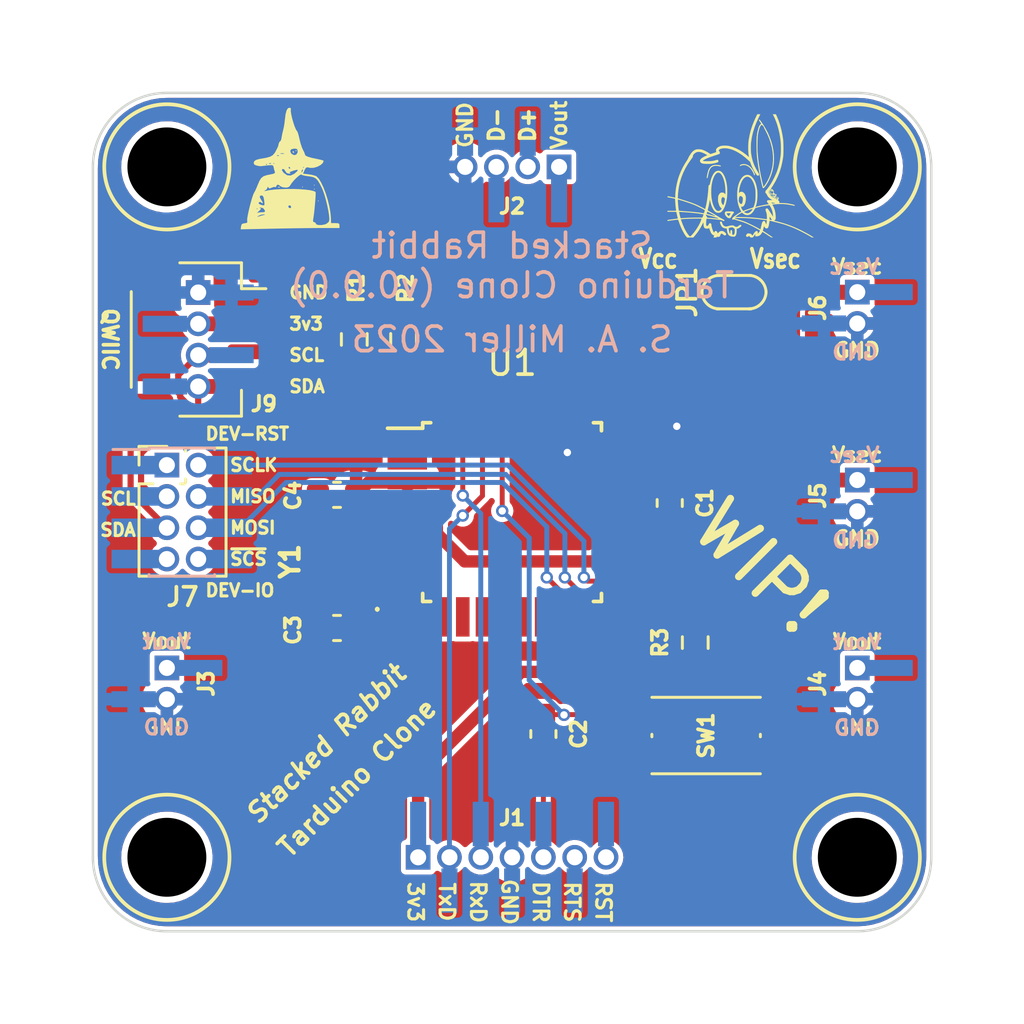
<source format=kicad_pcb>
(kicad_pcb (version 20211014) (generator pcbnew)
  (title_block (title "Tarduino Clone") (rev "0.0.0") (company "The Nerd Mage"))
  (layers (0 "F.Cu" signal) (31 "B.Cu" signal) (34 "B.Paste" user) (35 "F.Paste" user) (36 "B.SilkS" user "B.Silkscreen") (37 "F.SilkS" user "F.Silkscreen") (38 "B.Mask" user) (39 "F.Mask" user) (44 "Edge.Cuts" user))
  (net 0 "")
  (net 1 "SCL")
  (net 2 "SDA")
  (net 3 "GND")
  (net 4 "+3V3")
  (net 5 "IO3")
  (net 6 "IO1")
  (net 10 "/RTS")
  (net 11 "RST")
  (net 12 "Vsec")
  (net 13 "UD+")
  (net 14 "UD-")
  (net 15 "Net-(C3-Pad2)")
  (net 16 "Net-(C4-Pad2)")
  (net 17 "D3")
  (net 18 "D4")
  (net 19 "D5")
  (net 20 "D6")
  (net 21 "D7")
  (net 22 "D8")
  (net 23 "D9")
  (net 24 "D10")
  (net 25 "MOSI")
  (net 26 "MISO")
  (net 27 "A6")
  (net 28 "A7")
  (net 29 "A0")
  (net 30 "A1")
  (net 31 "A2")
  (net 32 "A3")
  (net 33 "RESET")
  (net 34 "D2")
  (net 35 "/AREF")
  (net 36 "DTR")
  (net 37 "DEV_RST")
  (net 38 "SCLK")
  (net 39 "DEV_GPIO")
  (net 40 "~{SCS}")
  (footprint "Tinker:Mount" (layer "F.Cu") (at 114 114)
    (fp_text reference "REF**" hide)
    (fp_text value "Mount" hide)
    (pad "" np_thru_hole circle (at 0 0) (size 3.2 3.2) (drill 3.2) (layers *.Mask))
  )
  (footprint "Tinker:Board_Stacker_7" (layer "F.Cu") (at 96.19 114 90)
    (fp_text reference "J1" (at 1.6 3.81) (layer "F.SilkS") (effects (font (size 0.6 0.6))))
    (fp_text value "Conn_01x07_Male")
    (pad "1" thru_hole rect (at 0 0 90) (size 1 1) (drill 0.65) (layers *.Cu *.Mask) (net 4 "+3V3"))
    (pad "1" smd rect (at 1.35 0 90) (size 1.8 0.65) (layers "B.Cu" "B.Paste" "B.Mask") (net 4 "+3V3"))
    (pad "2" thru_hole oval (at 0 1.27 90) (size 1 1) (drill 0.65) (layers *.Cu *.Mask) (net 5 "IO3"))
    (pad "2" smd rect (at -1.35 1.27 90) (size 1.8 0.65) (layers "B.Cu" "B.Paste" "B.Mask") (net 5 "IO3"))
    (pad "3" smd rect (at 1.35 2.54 90) (size 1.8 0.65) (layers "B.Cu" "B.Paste" "B.Mask") (net 6 "IO1"))
    (pad "3" thru_hole oval (at 0 2.54 90) (size 1 1) (drill 0.65) (layers *.Cu *.Mask) (net 6 "IO1"))
    (pad "4" thru_hole oval (at 0 3.81 90) (size 1 1) (drill 0.65) (layers *.Cu *.Mask) (net 3 "GND"))
    (pad "4" smd rect (at -1.35 3.81 90) (size 1.8 0.65) (layers "B.Cu" "B.Paste" "B.Mask") (net 3 "GND"))
    (pad "5" smd rect (at 1.35 5.08 90) (size 1.8 0.65) (layers "B.Cu" "B.Paste" "B.Mask") (net 36 "DTR"))
    (pad "5" thru_hole oval (at 0 5.08 90) (size 1 1) (drill 0.65) (layers *.Cu *.Mask) (net 36 "DTR"))
    (pad "6" thru_hole oval (at 0 6.35 90) (size 1 1) (drill 0.65) (layers *.Cu *.Mask) (net 10 "/RTS"))
    (pad "6" smd rect (at -1.35 6.35 90) (size 1.8 0.65) (layers "B.Cu" "B.Paste" "B.Mask") (net 10 "/RTS"))
    (pad "7" smd rect (at 1.35 7.62 90) (size 1.8 0.65) (layers "B.Cu" "B.Paste" "B.Mask") (net 11 "RST"))
    (pad "7" thru_hole oval (at 0 7.62 90) (size 1 1) (drill 0.65) (layers *.Cu *.Mask) (net 11 "RST"))
  )
  (footprint "Capacitor_SMD:C_0603_1608Metric" (layer "F.Cu") (at 92.9 99.3 180)
    (fp_text reference "C4" (at 1.788257 -0.032555 90) (layer "F.SilkS") (effects (font (size 0.6 0.6))))
    (fp_text value "20pF")
    (pad "1" smd roundrect (at -0.775 0 180) (size 0.9 0.95) (layers "F.Cu" "F.Paste" "F.Mask") (net 3 "GND"))
    (pad "2" smd roundrect (at 0.775 0 180) (size 0.9 0.95) (layers "F.Cu" "F.Paste" "F.Mask") (net 16 "Net-(C4-Pad2)"))
  )
  (footprint "Resistor_SMD:R_0603_1608Metric" (layer "F.Cu") (at 107.428728 105.2923 90)
    (fp_text reference "R3" (at 0 -1.43 90) (layer "F.SilkS") (effects (font (size 0.6 0.6))))
    (fp_text value "10R")
    (pad "1" smd roundrect (at -0.825 0 90) (size 0.8 0.95) (layers "F.Cu" "F.Paste" "F.Mask") (net 33 "RESET"))
    (pad "2" smd roundrect (at 0.825 0 90) (size 0.8 0.95) (layers "F.Cu" "F.Paste" "F.Mask") (net 4 "+3V3"))
  )
  (footprint "Capacitor_SMD:C_0603_1608Metric" (layer "F.Cu") (at 101.27 109 -90)
    (fp_text reference "C2" (at 0 -1.43 90) (layer "F.SilkS") (effects (font (size 0.6 0.6))))
    (fp_text value "100nF")
    (pad "1" smd roundrect (at -0.775 0 270) (size 0.9 0.95) (layers "F.Cu" "F.Paste" "F.Mask") (net 33 "RESET"))
    (pad "2" smd roundrect (at 0.775 0 270) (size 0.9 0.95) (layers "F.Cu" "F.Paste" "F.Mask") (net 36 "DTR"))
  )
  (footprint "Tinker:Mount" (layer "F.Cu") (at 86 114)
    (fp_text reference "REF**" hide)
    (fp_text value "Mount" hide)
    (pad "" np_thru_hole circle (at 0 0) (size 3.2 3.2) (drill 3.2) (layers *.Mask))
  )
  (footprint "Tinker:QWIIC_Stack_II" (layer "F.Cu") (at 87.27 93 -90)
    (fp_text reference "J9" (at 2.61321 -2.663751) (layer "F.SilkS") (effects (font (size 0.6 0.6))))
    (fp_text value "QWIIC_Stackable")
    (pad "1" thru_hole rect (at -1.905 0) (size 1 1) (drill 0.65) (layers *.Cu *.Mask) (net 3 "GND"))
    (pad "1" smd roundrect (at -1.905 -0.877656 270) (size 0.6 1.55) (layers "F.Cu" "F.Paste" "F.Mask") (net 3 "GND"))
    (pad "1" smd rect (at -1.905 -1.35) (size 1.8 0.65) (layers "B.Cu" "B.Paste" "B.Mask") (net 3 "GND"))
    (pad "1" smd roundrect (at -1.5 -1.97 270) (size 0.6 1.55) (layers "F.Cu" "F.Paste" "F.Mask") (net 3 "GND"))
    (pad "2" thru_hole oval (at -0.635 0) (size 1 1) (drill 0.65) (layers *.Cu *.Mask) (net 4 "+3V3"))
    (pad "2" smd roundrect (at -0.5 -1.97 270) (size 0.6 1.55) (layers "F.Cu" "F.Paste" "F.Mask") (net 4 "+3V3"))
    (pad "2" smd rect (at -0.635 1.35) (size 1.8 0.65) (layers "B.Cu" "B.Paste" "B.Mask") (net 4 "+3V3"))
    (pad "2" smd roundrect (at -0.635 -0.877656 270) (size 0.6 1.55) (layers "F.Cu" "F.Paste" "F.Mask") (net 4 "+3V3"))
    (pad "3" smd rect (at 0.635 -1.35) (size 1.8 0.65) (layers "B.Cu" "B.Paste" "B.Mask") (net 2 "SDA"))
    (pad "3" thru_hole oval (at 0.635 0) (size 1 1) (drill 0.65) (layers *.Cu *.Mask) (net 2 "SDA"))
    (pad "3" smd roundrect (at 0.5 -1.97 270) (size 0.6 1.55) (layers "F.Cu" "F.Paste" "F.Mask") (net 2 "SDA"))
    (pad "3" smd roundrect (at 0.635 -0.877656 270) (size 0.6 1.55) (layers "F.Cu" "F.Paste" "F.Mask") (net 2 "SDA"))
    (pad "4" thru_hole oval (at 1.905 0) (size 1 1) (drill 0.65) (layers *.Cu *.Mask) (net 1 "SCL"))
    (pad "4" smd roundrect (at 1.5 -1.97 270) (size 0.6 1.55) (layers "F.Cu" "F.Paste" "F.Mask") (net 1 "SCL"))
    (pad "4" smd roundrect (at 1.905 -0.877656 270) (size 0.6 1.55) (layers "F.Cu" "F.Paste" "F.Mask") (net 1 "SCL"))
    (pad "4" smd rect (at 1.905 1.35) (size 1.8 0.65) (layers "B.Cu" "B.Paste" "B.Mask") (net 1 "SCL"))
    (pad "MP" smd roundrect (at -2.8 1.905 270) (size 1.2 1.8) (layers "F.Cu" "F.Paste" "F.Mask") (roundrect_rratio 0.208333) (net 3 "GND"))
    (pad "MP" smd roundrect (at 2.8 1.905 270) (size 1.2 1.8) (layers "F.Cu" "F.Paste" "F.Mask") (roundrect_rratio 0.208333) (net 3 "GND"))
  )
  (footprint "Tinker:DagNabbit" (layer "F.Cu") (at 109 87)
    (fp_text reference "REF**" hide)
    (fp_text value "DagNabbit" hide)
  )
  (footprint "Capacitor_SMD:C_0603_1608Metric" (layer "F.Cu") (at 92.9 104.7)
    (fp_text reference "C3" (at -1.784672 0.083393 90) (layer "F.SilkS") (effects (font (size 0.6 0.6))))
    (fp_text value "20pF")
    (pad "1" smd roundrect (at -0.775 0) (size 0.9 0.95) (layers "F.Cu" "F.Paste" "F.Mask") (net 3 "GND"))
    (pad "2" smd roundrect (at 0.775 0) (size 0.9 0.95) (layers "F.Cu" "F.Paste" "F.Mask") (net 15 "Net-(C3-Pad2)"))
  )
  (footprint "Package_QFP:TQFP-32_7x7mm_P0.8mm" (layer "F.Cu") (at 100 100)
    (fp_text reference "U1" (at 0 -6.05) (layer "F.SilkS"))
    (fp_text value "ATmega328PB-A")
    (pad "1" smd rect (at -4.25 -2.8) (size 1.6 0.55) (layers "F.Cu" "F.Paste" "F.Mask") (net 17 "D3"))
    (pad "2" smd rect (at -4.25 -2) (size 1.6 0.55) (layers "F.Cu" "F.Paste" "F.Mask") (net 18 "D4"))
    (pad "3" smd rect (at -4.25 -1.2) (size 1.6 0.55) (layers "F.Cu" "F.Paste" "F.Mask") (net 3 "GND"))
    (pad "4" smd rect (at -4.25 -0.4) (size 1.6 0.55) (layers "F.Cu" "F.Paste" "F.Mask") (net 4 "+3V3"))
    (pad "5" smd rect (at -4.25 0.4) (size 1.6 0.55) (layers "F.Cu" "F.Paste" "F.Mask") (net 3 "GND"))
    (pad "6" smd rect (at -4.25 1.2) (size 1.6 0.55) (layers "F.Cu" "F.Paste" "F.Mask") (net 4 "+3V3"))
    (pad "7" smd rect (at -4.25 2) (size 1.6 0.55) (layers "F.Cu" "F.Paste" "F.Mask") (net 16 "Net-(C4-Pad2)"))
    (pad "8" smd rect (at -4.25 2.8) (size 1.6 0.55) (layers "F.Cu" "F.Paste" "F.Mask") (net 15 "Net-(C3-Pad2)"))
    (pad "9" smd rect (at -2.8 4.25 90) (size 1.6 0.55) (layers "F.Cu" "F.Paste" "F.Mask") (net 19 "D5"))
    (pad "10" smd rect (at -2 4.25 90) (size 1.6 0.55) (layers "F.Cu" "F.Paste" "F.Mask") (net 20 "D6"))
    (pad "11" smd rect (at -1.2 4.25 90) (size 1.6 0.55) (layers "F.Cu" "F.Paste" "F.Mask") (net 21 "D7"))
    (pad "12" smd rect (at -0.4 4.25 90) (size 1.6 0.55) (layers "F.Cu" "F.Paste" "F.Mask") (net 22 "D8"))
    (pad "13" smd rect (at 0.4 4.25 90) (size 1.6 0.55) (layers "F.Cu" "F.Paste" "F.Mask") (net 23 "D9"))
    (pad "14" smd rect (at 1.2 4.25 90) (size 1.6 0.55) (layers "F.Cu" "F.Paste" "F.Mask") (net 24 "D10"))
    (pad "15" smd rect (at 2 4.25 90) (size 1.6 0.55) (layers "F.Cu" "F.Paste" "F.Mask") (net 25 "MOSI"))
    (pad "16" smd rect (at 2.8 4.25 90) (size 1.6 0.55) (layers "F.Cu" "F.Paste" "F.Mask") (net 26 "MISO"))
    (pad "17" smd rect (at 4.25 2.8) (size 1.6 0.55) (layers "F.Cu" "F.Paste" "F.Mask") (net 38 "SCLK"))
    (pad "18" smd rect (at 4.25 2) (size 1.6 0.55) (layers "F.Cu" "F.Paste" "F.Mask") (net 4 "+3V3"))
    (pad "19" smd rect (at 4.25 1.2) (size 1.6 0.55) (layers "F.Cu" "F.Paste" "F.Mask") (net 27 "A6"))
    (pad "20" smd rect (at 4.25 0.4) (size 1.6 0.55) (layers "F.Cu" "F.Paste" "F.Mask") (net 35 "/AREF"))
    (pad "21" smd rect (at 4.25 -0.4) (size 1.6 0.55) (layers "F.Cu" "F.Paste" "F.Mask") (net 3 "GND"))
    (pad "22" smd rect (at 4.25 -1.2) (size 1.6 0.55) (layers "F.Cu" "F.Paste" "F.Mask") (net 28 "A7"))
    (pad "23" smd rect (at 4.25 -2) (size 1.6 0.55) (layers "F.Cu" "F.Paste" "F.Mask") (net 29 "A0"))
    (pad "24" smd rect (at 4.25 -2.8) (size 1.6 0.55) (layers "F.Cu" "F.Paste" "F.Mask") (net 30 "A1"))
    (pad "25" smd rect (at 2.8 -4.25 90) (size 1.6 0.55) (layers "F.Cu" "F.Paste" "F.Mask") (net 31 "A2"))
    (pad "26" smd rect (at 2 -4.25 90) (size 1.6 0.55) (layers "F.Cu" "F.Paste" "F.Mask") (net 32 "A3"))
    (pad "27" smd rect (at 1.2 -4.25 90) (size 1.6 0.55) (layers "F.Cu" "F.Paste" "F.Mask") (net 2 "SDA"))
    (pad "28" smd rect (at 0.4 -4.25 90) (size 1.6 0.55) (layers "F.Cu" "F.Paste" "F.Mask") (net 1 "SCL"))
    (pad "29" smd rect (at -0.4 -4.25 90) (size 1.6 0.55) (layers "F.Cu" "F.Paste" "F.Mask") (net 33 "RESET"))
    (pad "30" smd rect (at -1.2 -4.25 90) (size 1.6 0.55) (layers "F.Cu" "F.Paste" "F.Mask") (net 5 "IO3"))
    (pad "31" smd rect (at -2 -4.25 90) (size 1.6 0.55) (layers "F.Cu" "F.Paste" "F.Mask") (net 6 "IO1"))
    (pad "32" smd rect (at -2.8 -4.25 90) (size 1.6 0.55) (layers "F.Cu" "F.Paste" "F.Mask") (net 34 "D2"))
  )
  (footprint "Tinker:Board_Stacker_2" (layer "F.Cu") (at 114 106.32)
    (fp_text reference "J4" (at -1.6 0.635 90) (layer "F.SilkS") (effects (font (size 0.6 0.6))))
    (fp_text value "Conn_01x02_Male")
    (pad "1" thru_hole rect (at 0 0) (size 1 1) (drill 0.65) (layers *.Cu *.Mask))
    (pad "1" smd rect (at 1.35 0) (size 1.8 0.65) (layers "B.Cu" "B.Paste" "B.Mask"))
    (pad "2" smd rect (at -1.35 1.27) (size 1.8 0.65) (layers "B.Cu" "B.Paste" "B.Mask") (net 3 "GND"))
    (pad "2" thru_hole oval (at 0 1.27) (size 1 1) (drill 0.65) (layers *.Cu *.Mask) (net 3 "GND"))
  )
  (footprint "Tinker:Mount" (layer "F.Cu") (at 114 86)
    (fp_text reference "REF**" hide)
    (fp_text value "Mount" hide)
    (pad "" np_thru_hole circle (at 0 0) (size 3.2 3.2) (drill 3.2) (layers *.Mask))
  )
  (footprint "Tinker:Board_Stacker_2" (layer "F.Cu") (at 86 106.32)
    (fp_text reference "J3" (at 1.6 0.635 90) (layer "F.SilkS") (effects (font (size 0.6 0.6))))
    (fp_text value "Conn_01x02_Male")
    (pad "1" thru_hole rect (at 0 0) (size 1 1) (drill 0.65) (layers *.Cu *.Mask))
    (pad "1" smd rect (at 1.35 0) (size 1.8 0.65) (layers "B.Cu" "B.Paste" "B.Mask"))
    (pad "2" thru_hole oval (at 0 1.27) (size 1 1) (drill 0.65) (layers *.Cu *.Mask) (net 3 "GND"))
    (pad "2" smd rect (at -1.35 1.27) (size 1.8 0.65) (layers "B.Cu" "B.Paste" "B.Mask") (net 3 "GND"))
  )
  (footprint "Tinker:NerdMage" (layer "F.Cu") (at 91 86)
    (fp_text reference "G***" hide)
    (fp_text value "LOGO" hide)
  )
  (footprint "Resistor_SMD:R_0603_1608Metric" (layer "F.Cu") (at 93.6 92.997162 90)
    (fp_text reference "R1" (at 2.073732 0.080339 90) (layer "F.SilkS") (effects (font (size 0.6 0.6))))
    (fp_text value "10R")
    (pad "1" smd roundrect (at -0.825 0 90) (size 0.8 0.95) (layers "F.Cu" "F.Paste" "F.Mask") (net 2 "SDA"))
    (pad "2" smd roundrect (at 0.825 0 90) (size 0.8 0.95) (layers "F.Cu" "F.Paste" "F.Mask") (net 4 "+3V3"))
  )
  (footprint "Capacitor_SMD:C_0603_1608Metric" (layer "F.Cu") (at 106.393026 99.63218 -90)
    (fp_text reference "C1" (at 0 -1.43 90) (layer "F.SilkS") (effects (font (size 0.6 0.6))))
    (fp_text value "100nF")
    (pad "1" smd roundrect (at -0.775 0 270) (size 0.9 0.95) (layers "F.Cu" "F.Paste" "F.Mask") (net 3 "GND"))
    (pad "2" smd roundrect (at 0.775 0 270) (size 0.9 0.95) (layers "F.Cu" "F.Paste" "F.Mask") (net 35 "/AREF"))
  )
  (footprint "Tinker:Board_Stacker_2" (layer "F.Cu") (at 114 91.08)
    (fp_text reference "J6" (at -1.6 0.635 90) (layer "F.SilkS") (effects (font (size 0.6 0.6))))
    (fp_text value "Conn_01x02_Male")
    (pad "1" smd rect (at 1.35 0) (size 1.8 0.65) (layers "B.Cu" "B.Paste" "B.Mask") (net 12 "Vsec"))
    (pad "1" thru_hole rect (at 0 0) (size 1 1) (drill 0.65) (layers *.Cu *.Mask) (net 12 "Vsec"))
    (pad "2" smd rect (at -1.35 1.27) (size 1.8 0.65) (layers "B.Cu" "B.Paste" "B.Mask") (net 3 "GND"))
    (pad "2" thru_hole oval (at 0 1.27) (size 1 1) (drill 0.65) (layers *.Cu *.Mask) (net 3 "GND"))
  )
  (footprint "Tinker:ABM825000MHz10B1UT" (layer "F.Cu") (at 92.9 102 90)
    (fp_text reference "Y1" (at 0 -1.905 90) (layer "F.SilkS") (effects (font (size 0.75 0.75) (thickness 0.1875))))
    (fp_text value "20.000MHz" hide)
    (pad "1" smd rect (at -1.15 0.875 180) (size 1.05 1.3) (layers "F.Cu" "F.Paste" "F.Mask") (net 15 "Net-(C3-Pad2)"))
    (pad "2" smd rect (at 1.15 0.875 180) (size 1.05 1.3) (layers "F.Cu" "F.Paste" "F.Mask") (net 3 "GND"))
    (pad "3" smd rect (at 1.15 -0.875 180) (size 1.05 1.3) (layers "F.Cu" "F.Paste" "F.Mask") (net 16 "Net-(C4-Pad2)"))
    (pad "4" smd rect (at -1.15 -0.875 180) (size 1.05 1.3) (layers "F.Cu" "F.Paste" "F.Mask") (net 3 "GND"))
  )
  (footprint "Tinker:Board_Stacker_2" (layer "F.Cu") (at 114 98.7)
    (fp_text reference "J5" (at -1.6 0.635 90) (layer "F.SilkS") (effects (font (size 0.6 0.6))))
    (fp_text value "Conn_01x02_Male")
    (pad "1" smd rect (at 1.35 0) (size 1.8 0.65) (layers "B.Cu" "B.Paste" "B.Mask") (net 12 "Vsec"))
    (pad "1" thru_hole rect (at 0 0) (size 1 1) (drill 0.65) (layers *.Cu *.Mask) (net 12 "Vsec"))
    (pad "2" smd rect (at -1.35 1.27) (size 1.8 0.65) (layers "B.Cu" "B.Paste" "B.Mask") (net 3 "GND"))
    (pad "2" thru_hole oval (at 0 1.27) (size 1 1) (drill 0.65) (layers *.Cu *.Mask) (net 3 "GND"))
  )
  (footprint "Tinker:Mount" (layer "F.Cu") (at 86 86)
    (fp_text reference "REF**" hide)
    (fp_text value "Mount" hide)
    (pad "" np_thru_hole circle (at 0 0) (size 3.2 3.2) (drill 3.2) (layers *.Mask))
  )
  (footprint "Resistor_SMD:R_0603_1608Metric" (layer "F.Cu") (at 95.6 92.997162 90)
    (fp_text reference "R2" (at 2.073732 0.080339 90) (layer "F.SilkS") (effects (font (size 0.6 0.6))))
    (fp_text value "10R")
    (pad "1" smd roundrect (at -0.825 0 90) (size 0.8 0.95) (layers "F.Cu" "F.Paste" "F.Mask") (net 1 "SCL"))
    (pad "2" smd roundrect (at 0.825 0 90) (size 0.8 0.95) (layers "F.Cu" "F.Paste" "F.Mask") (net 4 "+3V3"))
  )
  (footprint "Tinker:SW_Push_TS273014TP" (layer "F.Cu") (at 107.869419 109.062654 180)
    (fp_text reference "SW1" (at 0 0 90) (layer "F.SilkS") (effects (font (size 0.6 0.6))))
    (fp_text value "SW_Push" hide)
    (pad "1" smd rect (at -1.85 -0.85 180) (size 1.6 0.6) (layers "F.Cu" "F.Paste" "F.Mask") (net 3 "GND"))
    (pad "1" smd rect (at 1.85 -0.85 180) (size 1.6 0.6) (layers "F.Cu" "F.Paste" "F.Mask") (net 3 "GND"))
    (pad "2" smd rect (at -1.85 0.85 180) (size 1.6 0.6) (layers "F.Cu" "F.Paste" "F.Mask") (net 33 "RESET"))
    (pad "2" smd rect (at 1.85 0.85 180) (size 1.6 0.6) (layers "F.Cu" "F.Paste" "F.Mask") (net 33 "RESET"))
  )
  (footprint "Tinker:Board_Stacker_4" (layer "F.Cu") (at 101.905 86 -90)
    (fp_text reference "J2" (at 1.6 1.905) (layer "F.SilkS") (effects (font (size 0.6 0.6))))
    (fp_text value "Conn_01x04_Male")
    (pad "1" smd rect (at 1.35 0 270) (size 1.8 0.65) (layers "B.Cu" "B.Paste" "B.Mask"))
    (pad "1" thru_hole rect (at 0 0 270) (size 1 1) (drill 0.65) (layers *.Cu *.Mask))
    (pad "2" smd rect (at -1.35 1.27 270) (size 1.8 0.65) (layers "B.Cu" "B.Paste" "B.Mask") (net 13 "UD+"))
    (pad "2" thru_hole oval (at 0 1.27 270) (size 1 1) (drill 0.65) (layers *.Cu *.Mask) (net 13 "UD+"))
    (pad "3" thru_hole oval (at 0 2.54 270) (size 1 1) (drill 0.65) (layers *.Cu *.Mask) (net 14 "UD-"))
    (pad "3" smd rect (at 1.35 2.54 270) (size 1.8 0.65) (layers "B.Cu" "B.Paste" "B.Mask") (net 14 "UD-"))
    (pad "4" thru_hole oval (at 0 3.81 270) (size 1 1) (drill 0.65) (layers *.Cu *.Mask) (net 3 "GND"))
    (pad "4" smd rect (at -1.35 3.81 270) (size 1.8 0.65) (layers "B.Cu" "B.Paste" "B.Mask") (net 3 "GND"))
  )
  (footprint "Tinker:SolderJumper-2_P_Open_Rounded_skinny" (layer "F.Cu") (at 109 91.08 180)
    (fp_text reference "JP1" (at 1.9 0 90) (layer "F.SilkS") (effects (font (size 0.75 0.75))))
    (fp_text value "SolderJumper_2_Open" hide)
    (pad "1" smd custom (at -0.65 0 180) (size 1 0.2) (layers "F.Cu" "F.Mask") (net 12 "Vsec") (options (clearance outline) (anchor rect)) (primitives (gr_circle (center 0 0.1) (end 0.5 0.1) (width 0) (fill yes)) (gr_circle (center 0 -0.1) (end 0.5 -0.1) (width 0) (fill yes)) (gr_poly (pts (xy 0.5 0.6) (xy 0 0.6) (xy 0 -0.6) (xy 0.5 -0.6)) (width 0) (fill yes))))
    (pad "2" smd custom (at 0.65 0 180) (size 1 0.2) (layers "F.Cu" "F.Mask") (net 4 "+3V3") (options (clearance outline) (anchor rect)) (primitives (gr_circle (center 0 0.1) (end 0.5 0.1) (width 0) (fill yes)) (gr_circle (center 0 -0.1) (end 0.5 -0.1) (width 0) (fill yes)) (gr_poly (pts (xy 0 0.6) (xy -0.5 0.6) (xy -0.5 -0.6) (xy 0 -0.6)) (width 0) (fill yes))))
  )
  (footprint "Tinker:PinHeader_2x04_P1.27mm_Vertical" (layer "F.Cu") (at 86 98.095)
    (fp_text reference "J7" (at 0.635 5.345) (layer "F.SilkS") (effects (font (size 0.75 0.75))))
    (fp_text value "Conn_01x08_Male")
    (pad "1" thru_hole rect (at 0 0) (size 1 1) (drill 0.65) (layers *.Cu *.Mask) (net 37 "DEV_RST"))
    (pad "1" smd rect (at -1.195 0) (size 2.1 0.75) (layers "B.Cu" "B.Paste" "B.Mask") (net 37 "DEV_RST"))
    (pad "2" thru_hole oval (at 1.27 0) (size 1 1) (drill 0.65) (layers *.Cu *.Mask) (net 38 "SCLK"))
    (pad "2" smd rect (at 2.405 0) (size 2.1 0.75) (layers "B.Cu" "B.Paste" "B.Mask") (net 38 "SCLK"))
    (pad "3" smd rect (at -1.195 1.27) (size 2.1 0.75) (layers "B.Cu" "B.Paste" "B.Mask") (net 1 "SCL"))
    (pad "3" thru_hole oval (at 0 1.27) (size 1 1) (drill 0.65) (layers *.Cu *.Mask) (net 1 "SCL"))
    (pad "4" thru_hole oval (at 1.27 1.27) (size 1 1) (drill 0.65) (layers *.Cu *.Mask) (net 26 "MISO"))
    (pad "4" smd rect (at 2.405 1.27) (size 2.1 0.75) (layers "B.Cu" "B.Paste" "B.Mask") (net 26 "MISO"))
    (pad "5" smd rect (at -1.195 2.54) (size 2.1 0.75) (layers "B.Cu" "B.Paste" "B.Mask") (net 2 "SDA"))
    (pad "5" thru_hole oval (at 0 2.54) (size 1 1) (drill 0.65) (layers *.Cu *.Mask) (net 2 "SDA"))
    (pad "6" smd rect (at 2.405 2.54) (size 2.1 0.75) (layers "B.Cu" "B.Paste" "B.Mask") (net 25 "MOSI"))
    (pad "6" thru_hole oval (at 1.27 2.54) (size 1 1) (drill 0.65) (layers *.Cu *.Mask) (net 25 "MOSI"))
    (pad "7" smd rect (at -1.195 3.81) (size 2.1 0.75) (layers "B.Cu" "B.Paste" "B.Mask") (net 39 "DEV_GPIO"))
    (pad "7" thru_hole oval (at 0 3.81) (size 1 1) (drill 0.65) (layers *.Cu *.Mask) (net 39 "DEV_GPIO"))
    (pad "8" thru_hole oval (at 1.27 3.81) (size 1 1) (drill 0.65) (layers *.Cu *.Mask) (net 40 "~{SCS}"))
    (pad "8" smd rect (at 2.405 3.81) (size 2.1 0.75) (layers "B.Cu" "B.Paste" "B.Mask") (net 40 "~{SCS}"))
  )
  (gr_line (start 117 86) (end 117 114) (layer "Edge.Cuts") (width 0.1))
  (gr_arc (start 86 117) (mid 83.87868 116.12132) (end 83 114) (layer "Edge.Cuts") (width 0.1))
  (gr_arc (start 83 86) (mid 83.87868 83.87868) (end 86 83) (layer "Edge.Cuts") (width 0.1))
  (gr_line (start 86 83) (end 114 83) (layer "Edge.Cuts") (width 0.1))
  (gr_line (start 83 114) (end 83 86) (layer "Edge.Cuts") (width 0.1))
  (gr_arc (start 114 83) (mid 116.12132 83.87868) (end 117 86) (layer "Edge.Cuts") (width 0.1))
  (gr_line (start 86 117) (end 114 117) (layer "Edge.Cuts") (width 0.1))
  (gr_arc (start 117 114) (mid 116.12132 116.12132) (end 114 117) (layer "Edge.Cuts") (width 0.1))
  (gr_text "Stacked Rabbit\n${TITLE} (v${REVISION})" (at 100 90) (layer "B.SilkS") (effects (font (size 1 1)) (justify mirror)))
  (gr_text "GND" (at 113.911636 93.524122) (layer "B.SilkS") (effects (font (size 0.6 0.6) (thickness 0.125)) (justify mirror)))
  (gr_text "GND" (at 113.911636 101.157043) (layer "B.SilkS") (effects (font (size 0.6 0.6) (thickness 0.125)) (justify mirror)))
  (gr_text "Vsec" (at 113.872799 90.048265) (layer "B.SilkS") (effects (font (size 0.6 0.6) (thickness 0.125)) (justify mirror)))
  (gr_text "Vout" (at 85.997632 105.251142) (layer "B.SilkS") (effects (font (size 0.6 0.6) (thickness 0.125)) (justify mirror)))
  (gr_text "Vout" (at 114 105.269126) (layer "B.SilkS") (effects (font (size 0.6 0.6) (thickness 0.125)) (justify mirror)))
  (gr_text "GND" (at 85.984147 108.730235) (layer "B.SilkS") (effects (font (size 0.6 0.6) (thickness 0.125)) (justify mirror)))
  (gr_text "S. A. Miller 2023" (at 100 93) (layer "B.SilkS") (effects (font (size 1 1)) (justify mirror)))
  (gr_text "Vsec" (at 113.872799 97.681186) (layer "B.SilkS") (effects (font (size 0.6 0.6) (thickness 0.125)) (justify mirror)))
  (gr_text "GND" (at 113.986515 108.748219) (layer "B.SilkS") (effects (font (size 0.6 0.6) (thickness 0.125)) (justify mirror)))
  (gr_text "SCL" (at 90.9 93.635) (layer "F.SilkS") (effects (font (size 0.5 0.5) (thickness 0.125)) (justify left)))
  (gr_text "Stacked Rabbit" (at 92.46407 109.396747 45) (layer "F.SilkS") (effects (font (size 0.75 0.75) (thickness 0.15) italic)))
  (gr_text "~{SCS}" (at 88.5 101.905) (layer "F.SilkS") (effects (font (size 0.5 0.5) (thickness 0.125)) (justify left)))
  (gr_text "SCLK" (at 88.5 98.095) (layer "F.SilkS") (effects (font (size 0.5 0.5) (thickness 0.125)) (justify left)))
  (gr_text "WIP!" (at 110.069419 102.207464 -45) (layer "F.SilkS") (effects (font (size 2 2) (thickness 0.3))))
  (gr_text "DEV-IO" (at 87.5 103.175) (layer "F.SilkS") (effects (font (size 0.5 0.5) (thickness 0.125)) (justify left)))
  (gr_text "Vout" (at 85.988239 105.227507) (layer "F.SilkS") (effects (font (size 0.6 0.6) (thickness 0.125))))
  (gr_text "RxD" (at 98.622125 115.812234 270) (layer "F.SilkS") (effects (font (size 0.6 0.6) (thickness 0.125))))
  (gr_text "SCL" (at 84.8 99.4575) (layer "F.SilkS") (effects (font (size 0.5 0.5) (thickness 0.125)) (justify right)))
  (gr_text "Vsec" (at 110.68 89.726721) (layer "F.SilkS") (effects (font (size 0.75 0.6))))
  (gr_text "TxD" (at 97.352125 115.812234 270) (layer "F.SilkS") (effects (font (size 0.6 0.6) (thickness 0.125))))
  (gr_text "GND" (at 113.990607 108.745491) (layer "F.SilkS") (effects (font (size 0.6 0.6) (thickness 0.125))))
  (gr_text "GND" (at 85.988239 108.727507) (layer "F.SilkS") (effects (font (size 0.6 0.6) (thickness 0.125))))
  (gr_text "GND" (at 90.9 91.095) (layer "F.SilkS") (effects (font (size 0.5 0.5) (thickness 0.125)) (justify left)))
  (gr_text "GND" (at 99.892125 115.812234 270) (layer "F.SilkS") (effects (font (size 0.6 0.6) (thickness 0.125))))
  (gr_text "MISO" (at 88.5 99.365) (layer "F.SilkS") (effects (font (size 0.5 0.5) (thickness 0.125)) (justify left)))
  (gr_text "GND" (at 114 101.077551) (layer "F.SilkS") (effects (font (size 0.6 0.6) (thickness 0.125))))
  (gr_text "DEV-RST" (at 87.5 96.825) (layer "F.SilkS") (effects (font (size 0.5 0.5) (thickness 0.125)) (justify left)))
  (gr_text "QWIIC" (at 83.695923 93 270) (layer "F.SilkS") (effects (font (size 0.6 0.6))))
  (gr_text "RTS" (at 102.432125 115.812234 270) (layer "F.SilkS") (effects (font (size 0.6 0.6) (thickness 0.125))))
  (gr_text "DTR" (at 101.162125 115.812234 270) (layer "F.SilkS") (effects (font (size 0.6 0.6) (thickness 0.125))))
  (gr_text "GND" (at 114 93.44463) (layer "F.SilkS") (effects (font (size 0.6 0.6) (thickness 0.125))))
  (gr_text "RST" (at 103.702125 115.812234 270) (layer "F.SilkS") (effects (font (size 0.6 0.6) (thickness 0.125))))
  (gr_text "Vsec" (at 114 90.04463) (layer "F.SilkS") (effects (font (size 0.6 0.6) (thickness 0.125))))
  (gr_text "${TITLE}" (at 93.718347 110.776452 45) (layer "F.SilkS") (effects (font (size 0.75 0.75))))
  (gr_text "GND" (at 98.095 84.3 90) (layer "F.SilkS") (effects (font (size 0.6 0.6) (thickness 0.125))))
  (gr_text "Vsec" (at 114 97.677551) (layer "F.SilkS") (effects (font (size 0.6 0.6) (thickness 0.125))))
  (gr_text "Vout" (at 101.905 84.3 90) (layer "F.SilkS") (effects (font (size 0.6 0.6) (thickness 0.125))))
  (gr_text "3v3" (at 90.9 92.365) (layer "F.SilkS") (effects (font (size 0.5 0.5) (thickness 0.125)) (justify left)))
  (gr_text "D-" (at 99.365 84.3 90) (layer "F.SilkS") (effects (font (size 0.6 0.6))))
  (gr_text "Vout" (at 113.990607 105.245491) (layer "F.SilkS") (effects (font (size 0.6 0.6) (thickness 0.125))))
  (gr_text "MOSI" (at 88.5 100.635) (layer "F.SilkS") (effects (font (size 0.5 0.5) (thickness 0.125)) (justify left)))
  (gr_text "D+" (at 100.635 84.3 90) (layer "F.SilkS") (effects (font (size 0.6 0.6))))
  (gr_text "SDA" (at 84.8 100.7275) (layer "F.SilkS") (effects (font (size 0.5 0.5) (thickness 0.125)) (justify right)))
  (gr_text "3v3" (at 96.082125 115.812234 270) (layer "F.SilkS") (effects (font (size 0.6 0.6) (thickness 0.125))))
  (gr_text "Vcc" (at 105.924051 89.726721) (layer "F.SilkS") (effects (font (size 0.75 0.6))))
  (gr_text "SDA" (at 90.9 94.905) (layer "F.SilkS") (effects (font (size 0.5 0.5) (thickness 0.125)) (justify left)))
  (segment (start 99.526781 93.822162) (end 100.425755 94.721136) (width 0.2) (layer "F.Cu") (net 1))
  (segment (start 84.953028 97.621666) (end 84.953028 98.866665) (width 0.25) (layer "F.Cu") (net 1))
  (segment (start 94.922162 94.5) (end 92.630412 94.5) (width 0.2) (layer "F.Cu") (net 1))
  (segment (start 95.6 93.822162) (end 99.526781 93.822162) (width 0.2) (layer "F.Cu") (net 1))
  (segment (start 95.6 93.822162) (end 94.922162 94.5) (width 0.2) (layer "F.Cu") (net 1))
  (segment (start 100.425755 94.721136) (end 100.4 94.746891) (width 0.2) (layer "F.Cu") (net 1))
  (segment (start 87.27 94.905) (end 87.27 96.50211) (width 0.25) (layer "F.Cu") (net 1))
  (segment (start 85.275274 97.29942) (end 84.953028 97.621666) (width 0.25) (layer "F.Cu") (net 1))
  (segment (start 100.4 94.746891) (end 100.4 95.75) (width 0.2) (layer "F.Cu") (net 1))
  (segment (start 85.451363 99.365) (end 86.03 99.365) (width 0.25) (layer "F.Cu") (net 1))
  (segment (start 86.47269 97.29942) (end 85.275274 97.29942) (width 0.25) (layer "F.Cu") (net 1))
  (segment (start 87.27 96.50211) (end 86.47269 97.29942) (width 0.25) (layer "F.Cu") (net 1))
  (segment (start 84.953028 98.866665) (end 85.451363 99.365) (width 0.25) (layer "F.Cu") (net 1))
  (segment (start 89.24 94.5) (end 92.630412 94.5) (width 0.2) (layer "F.Cu") (net 1))
  (segment (start 86.807454 95.599686) (end 86.54 95.332232) (width 0.25) (layer "F.Cu") (net 2))
  (segment (start 86.54 95.332232) (end 86.54 95.232538) (width 0.25) (layer "F.Cu") (net 2))
  (segment (start 86.807454 96.39897) (end 86.807454 95.599686) (width 0.25) (layer "F.Cu") (net 2))
  (segment (start 99.432144 92.865) (end 101.2 94.632856) (width 0.2) (layer "F.Cu") (net 2))
  (segment (start 86 100.635) (end 84.52967 99.16467) (width 0.25) (layer "F.Cu") (net 2))
  (segment (start 94.376677 92.865) (end 99.432144 92.865) (width 0.2) (layer "F.Cu") (net 2))
  (segment (start 101.2 94.632856) (end 101.2 95.75) (width 0.2) (layer "F.Cu") (net 2))
  (segment (start 84.52967 99.16467) (end 84.52967 97.479339) (width 0.25) (layer "F.Cu") (net 2))
  (segment (start 84.52967 97.479339) (end 85.109589 96.89942) (width 0.25) (layer "F.Cu") (net 2))
  (segment (start 85.109589 96.89942) (end 86.307004 96.89942) (width 0.25) (layer "F.Cu") (net 2))
  (segment (start 93.277838 93.5) (end 93.6 93.822162) (width 0.2) (layer "F.Cu") (net 2))
  (segment (start 93.6 93.641677) (end 94.376677 92.865) (width 0.2) (layer "F.Cu") (net 2))
  (segment (start 86.54 95.232538) (end 86.460497 95.153035) (width 0.25) (layer "F.Cu") (net 2))
  (segment (start 93.6 93.822162) (end 93.6 93.641677) (width 0.2) (layer "F.Cu") (net 2))
  (segment (start 86.307004 96.89942) (end 86.807454 96.39897) (width 0.25) (layer "F.Cu") (net 2))
  (segment (start 86.460497 95.153035) (end 86.460497 94.444503) (width 0.25) (layer "F.Cu") (net 2))
  (segment (start 89.24 93.5) (end 93.277838 93.5) (width 0.2) (layer "F.Cu") (net 2))
  (segment (start 86.460497 94.444503) (end 87.27 93.635) (width 0.25) (layer "F.Cu") (net 2))
  (segment (start 95.75 98.8) (end 94.175 98.8) (width 0.5) (layer "F.Cu") (net 3))
  (segment (start 94.175 98.8) (end 93.675 99.3) (width 0.5) (layer "F.Cu") (net 3))
  (segment (start 94.225 100.4) (end 93.775 100.85) (width 0.5) (layer "F.Cu") (net 3))
  (segment (start 95.75 100.4) (end 94.225 100.4) (width 0.5) (layer "F.Cu") (net 3))
  (via (at 106.68 96.52) (size 0.5) (drill 0.3) (layers "F.Cu" "B.Cu") (net 3))
  (via (at 102.241325 97.583431) (size 0.5) (drill 0.3) (layers "F.Cu" "B.Cu") (net 3))
  (segment (start 87.27 92.365) (end 107.065 92.365) (width 0.5) (layer "F.Cu") (net 4))
  (segment (start 96.825 99.6) (end 96.95 99.725) (width 0.5) (layer "F.Cu") (net 4))
  (segment (start 105.416253 106.479775) (end 107.428728 104.4673) (width 0.5) (layer "F.Cu") (net 4))
  (segment (start 96.19 114) (end 96.19 110.658543) (width 0.5) (layer "F.Cu") (net 4))
  (segment (start 107.585711 101.773856) (end 108.35 101.009567) (width 0.5) (layer "F.Cu") (net 4))
  (segment (start 95.75 99.6) (end 96.825 99.6) (width 0.5) (layer "F.Cu") (net 4))
  (segment (start 96.19 110.658543) (end 100.368768 106.479775) (width 0.5) (layer "F.Cu") (net 4))
  (segment (start 96.95 100.871293) (end 96.621293 101.2) (width 0.5) (layer "F.Cu") (net 4))
  (segment (start 104.25 102) (end 107.359567 102) (width 0.5) (layer "F.Cu") (net 4))
  (segment (start 100.368768 106.479775) (end 105.416253 106.479775) (width 0.5) (layer "F.Cu") (net 4))
  (segment (start 96.95 99.725) (end 96.95 100.871293) (width 0.5) (layer "F.Cu") (net 4))
  (segment (start 107.428728 101.930839) (end 107.585711 101.773856) (width 0.5) (layer "F.Cu") (net 4))
  (segment (start 107.428728 104.4673) (end 107.428728 101.930839) (width 0.5) (layer "F.Cu") (net 4))
  (segment (start 96.621293 101.2) (end 95.75 101.2) (width 0.5) (layer "F.Cu") (net 4))
  (segment (start 107.359567 102) (end 107.585711 101.773856) (width 0.5) (layer "F.Cu") (net 4))
  (segment (start 108.35 101.009567) (end 108.35 91.08) (width 0.5) (layer "F.Cu") (net 4))
  (segment (start 104.25 102) (end 98.078707 102) (width 0.5) (layer "F.Cu") (net 4))
  (segment (start 107.065 92.365) (end 108.35 91.08) (width 0.5) (layer "F.Cu") (net 4))
  (segment (start 98.078707 102) (end 96.95 100.871293) (width 0.5) (layer "F.Cu") (net 4))
  (segment (start 97.998537 100.139972) (end 98.8 99.338509) (width 0.2) (layer "F.Cu") (net 5))
  (segment (start 98.8 99.338509) (end 98.8 95.75) (width 0.2) (layer "F.Cu") (net 5))
  (via (at 97.998537 100.139972) (size 0.5) (drill 0.3) (layers "F.Cu" "B.Cu") (net 5))
  (segment (start 97.998537 100.139972) (end 97.46 100.678509) (width 0.2) (layer "B.Cu") (net 5))
  (segment (start 97.46 100.678509) (end 97.46 114) (width 0.2) (layer "B.Cu") (net 5))
  (segment (start 98 99.327382) (end 98 95.75) (width 0.2) (layer "F.Cu") (net 6))
  (via (at 98 99.327382) (size 0.5) (drill 0.3) (layers "F.Cu" "B.Cu") (net 6))
  (segment (start 98 99.330308) (end 98.73 100.060308) (width 0.2) (layer "B.Cu") (net 6))
  (segment (start 98 99.327382) (end 98 99.330308) (width 0.2) (layer "B.Cu") (net 6))
  (segment (start 98.73 100.060308) (end 98.73 114) (width 0.2) (layer "B.Cu") (net 6))
  (segment (start 113.892282 91.090572) (end 113.902854 91.08) (width 0.6) (layer "F.Cu") (net 12))
  (segment (start 112.868116 98.7) (end 112.179333 98.011217) (width 0.6) (layer "F.Cu") (net 12))
  (segment (start 113.018199 91.090572) (end 113.892282 91.090572) (width 0.6) (layer "F.Cu") (net 12))
  (segment (start 112.179333 98.011217) (end 112.179333 91.929438) (width 0.6) (layer "F.Cu") (net 12))
  (segment (start 112.179333 91.929438) (end 113.018199 91.090572) (width 0.6) (layer "F.Cu") (net 12))
  (segment (start 114 91.08) (end 109.65 91.08) (width 0.6) (layer "F.Cu") (net 12))
  (segment (start 113.97 98.7) (end 112.868116 98.7) (width 0.6) (layer "F.Cu") (net 12))
  (segment (start 94.125 102.8) (end 93.775 103.15) (width 0.2) (layer "F.Cu") (net 15))
  (segment (start 95.75 102.8) (end 94.125 102.8) (width 0.2) (layer "F.Cu") (net 15))
  (segment (start 93.675 104.7) (end 93.675 103.25) (width 0.2) (layer "F.Cu") (net 15))
  (segment (start 93.675 103.25) (end 93.775 103.15) (width 0.2) (layer "F.Cu") (net 15))
  (segment (start 92.125 100.75) (end 92.025 100.85) (width 0.2) (layer "F.Cu") (net 16))
  (segment (start 95.75 102) (end 93.175 102) (width 0.2) (layer "F.Cu") (net 16))
  (segment (start 92.125 99.3) (end 92.125 100.75) (width 0.2) (layer "F.Cu") (net 16))
  (segment (start 93.175 102) (end 92.025 100.85) (width 0.2) (layer "F.Cu") (net 16))
  (segment (start 101.406874 102.6495) (end 102 103.242626) (width 0.2) (layer "F.Cu") (net 25))
  (segment (start 102 103.242626) (end 102 104.25) (width 0.2) (layer "F.Cu") (net 25))
  (via (at 101.406874 102.6495) (size 0.5) (drill 0.3) (layers "F.Cu" "B.Cu") (net 25))
  (segment (start 87.27 100.635) (end 88.998267 100.635) (width 0.2) (layer "B.Cu") (net 25))
  (segment (start 88.998267 100.635) (end 90.834898 98.798369) (width 0.2) (layer "B.Cu") (net 25))
  (segment (start 99.605642 98.798369) (end 101.408007 100.600734) (width 0.2) (layer "B.Cu") (net 25))
  (segment (start 101.408007 102.648367) (end 101.406874 102.6495) (width 0.2) (layer "B.Cu") (net 25))
  (segment (start 90.834898 98.798369) (end 99.605642 98.798369) (width 0.2) (layer "B.Cu") (net 25))
  (segment (start 101.408007 100.600734) (end 101.408007 102.648367) (width 0.2) (layer "B.Cu") (net 25))
  (segment (start 102.140751 102.6495) (end 102.8 103.308749) (width 0.2) (layer "F.Cu") (net 26))
  (segment (start 102.8 103.308749) (end 102.8 104.25) (width 0.2) (layer "F.Cu") (net 26))
  (via (at 102.140751 102.6495) (size 0.5) (drill 0.3) (layers "F.Cu" "B.Cu") (net 26))
  (segment (start 87.27 99.365) (end 89.665717 99.365) (width 0.2) (layer "B.Cu") (net 26))
  (segment (start 101.03668 99.766959) (end 102.140751 100.87103) (width 0.2) (layer "B.Cu") (net 26))
  (segment (start 102.140751 100.87103) (end 102.140751 102.6495) (width 0.2) (layer "B.Cu") (net 26))
  (segment (start 90.559348 98.471369) (end 99.74109 98.471369) (width 0.2) (layer "B.Cu") (net 26))
  (segment (start 99.74109 98.471369) (end 101.03668 99.766959) (width 0.2) (layer "B.Cu") (net 26))
  (segment (start 89.665717 99.365) (end 90.559348 98.471369) (width 0.2) (layer "B.Cu") (net 26))
  (segment (start 106.019419 108.212654) (end 107.372873 106.8592) (width 0.2) (layer "F.Cu") (net 33))
  (segment (start 106.019419 108.212654) (end 109.719419 108.212654) (width 0.2) (layer "F.Cu") (net 33))
  (segment (start 107.372873 106.8592) (end 107.428728 106.8592) (width 0.2) (layer "F.Cu") (net 33))
  (segment (start 107.428728 106.1173) (end 107.428728 106.8592) (width 0.2) (layer "F.Cu") (net 33))
  (segment (start 99.6 99.954207) (end 99.6 95.75) (width 0.2) (layer "F.Cu") (net 33))
  (segment (start 101.27 108.225) (end 101.282346 108.212654) (width 0.2) (layer "F.Cu") (net 33))
  (segment (start 101.282346 108.212654) (end 103.132654 108.212654) (width 0.2) (layer "F.Cu") (net 33))
  (segment (start 103.132654 108.212654) (end 106.019419 108.212654) (width 0.2) (layer "F.Cu") (net 33))
  (via (at 99.6 99.954207) (size 0.5) (drill 0.3) (layers "F.Cu" "B.Cu") (net 33))
  (via (at 102.105196 108.224995) (size 0.5) (drill 0.3) (layers "F.Cu" "B.Cu") (net 33))
  (segment (start 99.6 99.954207) (end 100.694803 101.04901) (width 0.2) (layer "B.Cu") (net 33))
  (segment (start 100.694803 106.814602) (end 102.105196 108.224995) (width 0.2) (layer "B.Cu") (net 33))
  (segment (start 100.694803 101.04901) (end 100.694803 106.814602) (width 0.2) (layer "B.Cu") (net 33))
  (segment (start 106.385846 100.4) (end 106.393026 100.40718) (width 0.2) (layer "F.Cu") (net 35))
  (segment (start 104.25 100.4) (end 106.385846 100.4) (width 0.2) (layer "F.Cu") (net 35))
  (segment (start 101.27 114) (end 101.27 109.775) (width 0.2) (layer "F.Cu") (net 36))
  (segment (start 103.063752 102.8) (end 102.913252 102.6495) (width 0.2) (layer "F.Cu") (net 38))
  (segment (start 104.25 102.8) (end 103.063752 102.8) (width 0.2) (layer "F.Cu") (net 38))
  (via (at 102.913252 102.6495) (size 0.5) (drill 0.3) (layers "F.Cu" "B.Cu") (net 38))
  (segment (start 102.913252 101.181083) (end 100.978216 99.246047) (width 0.2) (layer "B.Cu") (net 38))
  (segment (start 87.27 98.095) (end 99.827169 98.095) (width 0.2) (layer "B.Cu") (net 38))
  (segment (start 102.913252 102.6495) (end 102.913252 101.181083) (width 0.2) (layer "B.Cu") (net 38))
  (segment (start 99.827169 98.095) (end 100.978216 99.246047) (width 0.2) (layer "B.Cu") (net 38))
  (zone (net 3) (net_name "GND") (layer "F.Cu") (connect_pads (clearance 0.2)) (min_thickness 0.254) (fill yes (thermal_gap 0.508) (thermal_bridge_width 0.508))
    (polygon (pts (xy 119.951023 119.015864) (xy 80.11881 119.015864) (xy 80.11881 81.557769) (xy 119.951023 81.557769)))
  )
  (zone (net 3) (net_name "GND") (layer "B.Cu") (connect_pads (clearance 0.2)) (min_thickness 0.2) (fill yes (thermal_gap 0.2) (thermal_bridge_width 0.508))
    (polygon (pts (xy 119.380001 118.507005) (xy 80.682697 118.507005) (xy 80.682697 82.09421) (xy 119.380001 82.09421)))
  )
)
</source>
